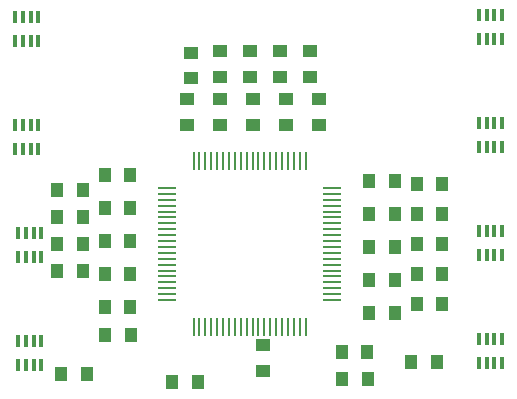
<source format=gtp>
G75*
%MOIN*%
%OFA0B0*%
%FSLAX25Y25*%
%IPPOS*%
%LPD*%
%AMOC8*
5,1,8,0,0,1.08239X$1,22.5*
%
%ADD10R,0.05000X0.04000*%
%ADD11R,0.04000X0.05000*%
%ADD12R,0.01800X0.04000*%
%ADD13R,0.01024X0.05906*%
%ADD14R,0.05906X0.01024*%
D10*
X0112000Y0023181D03*
X0112000Y0031780D03*
X0108500Y0105220D03*
X0108500Y0113819D03*
X0107500Y0121181D03*
X0097500Y0121181D03*
X0097500Y0113819D03*
X0097500Y0105220D03*
X0086500Y0105220D03*
X0086500Y0113819D03*
X0088000Y0120681D03*
X0088000Y0129280D03*
X0097500Y0129780D03*
X0107500Y0129780D03*
X0117500Y0129780D03*
X0127500Y0129780D03*
X0127500Y0121181D03*
X0130500Y0113819D03*
X0130500Y0105220D03*
X0119500Y0105220D03*
X0119500Y0113819D03*
X0117500Y0121181D03*
D11*
X0147220Y0086500D03*
X0155819Y0086500D03*
X0163181Y0085500D03*
X0171780Y0085500D03*
X0171780Y0075500D03*
X0163181Y0075500D03*
X0155819Y0075500D03*
X0147220Y0075500D03*
X0147220Y0064500D03*
X0155819Y0064500D03*
X0163181Y0065500D03*
X0171780Y0065500D03*
X0171780Y0055500D03*
X0163181Y0055500D03*
X0155819Y0053500D03*
X0147220Y0053500D03*
X0147220Y0042500D03*
X0155819Y0042500D03*
X0163181Y0045500D03*
X0171780Y0045500D03*
X0169819Y0026000D03*
X0161220Y0026000D03*
X0146780Y0029500D03*
X0138181Y0029500D03*
X0138220Y0020500D03*
X0146819Y0020500D03*
X0090319Y0019500D03*
X0081720Y0019500D03*
X0067819Y0035000D03*
X0059220Y0035000D03*
X0059181Y0044500D03*
X0067780Y0044500D03*
X0067780Y0055500D03*
X0059181Y0055500D03*
X0051819Y0056500D03*
X0043220Y0056500D03*
X0043220Y0065500D03*
X0051819Y0065500D03*
X0059181Y0066500D03*
X0067780Y0066500D03*
X0067780Y0077500D03*
X0059181Y0077500D03*
X0051819Y0074500D03*
X0043220Y0074500D03*
X0043220Y0083500D03*
X0051819Y0083500D03*
X0059181Y0088500D03*
X0067780Y0088500D03*
X0053280Y0022000D03*
X0044681Y0022000D03*
D12*
X0030300Y0025300D03*
X0032900Y0025300D03*
X0035500Y0025300D03*
X0038100Y0025300D03*
X0038100Y0033100D03*
X0035500Y0033100D03*
X0032900Y0033100D03*
X0030300Y0033100D03*
X0030300Y0061300D03*
X0032900Y0061300D03*
X0035500Y0061300D03*
X0038100Y0061300D03*
X0038100Y0069100D03*
X0035500Y0069100D03*
X0032900Y0069100D03*
X0030300Y0069100D03*
X0029300Y0097300D03*
X0031900Y0097300D03*
X0034500Y0097300D03*
X0037100Y0097300D03*
X0037100Y0105100D03*
X0034500Y0105100D03*
X0031900Y0105100D03*
X0029300Y0105100D03*
X0029300Y0133300D03*
X0031900Y0133300D03*
X0034500Y0133300D03*
X0037100Y0133300D03*
X0037100Y0141100D03*
X0034500Y0141100D03*
X0031900Y0141100D03*
X0029300Y0141100D03*
X0183900Y0141700D03*
X0186500Y0141700D03*
X0189100Y0141700D03*
X0191700Y0141700D03*
X0191700Y0133900D03*
X0189100Y0133900D03*
X0186500Y0133900D03*
X0183900Y0133900D03*
X0183900Y0105700D03*
X0186500Y0105700D03*
X0189100Y0105700D03*
X0191700Y0105700D03*
X0191700Y0097900D03*
X0189100Y0097900D03*
X0186500Y0097900D03*
X0183900Y0097900D03*
X0183900Y0069700D03*
X0186500Y0069700D03*
X0189100Y0069700D03*
X0191700Y0069700D03*
X0191700Y0061900D03*
X0189100Y0061900D03*
X0186500Y0061900D03*
X0183900Y0061900D03*
X0183900Y0033700D03*
X0186500Y0033700D03*
X0189100Y0033700D03*
X0191700Y0033700D03*
X0191700Y0025900D03*
X0189100Y0025900D03*
X0186500Y0025900D03*
X0183900Y0025900D03*
D13*
X0126201Y0037941D03*
X0124232Y0037941D03*
X0122264Y0037941D03*
X0120295Y0037941D03*
X0118327Y0037941D03*
X0116358Y0037941D03*
X0114390Y0037941D03*
X0112421Y0037941D03*
X0110453Y0037941D03*
X0108484Y0037941D03*
X0106516Y0037941D03*
X0104547Y0037941D03*
X0102579Y0037941D03*
X0100610Y0037941D03*
X0098642Y0037941D03*
X0096673Y0037941D03*
X0094705Y0037941D03*
X0092736Y0037941D03*
X0090768Y0037941D03*
X0088799Y0037941D03*
X0088799Y0093059D03*
X0090768Y0093059D03*
X0092736Y0093059D03*
X0094705Y0093059D03*
X0096673Y0093059D03*
X0098642Y0093059D03*
X0100610Y0093059D03*
X0102579Y0093059D03*
X0104547Y0093059D03*
X0106516Y0093059D03*
X0108484Y0093059D03*
X0110453Y0093059D03*
X0112421Y0093059D03*
X0114390Y0093059D03*
X0116358Y0093059D03*
X0118327Y0093059D03*
X0120295Y0093059D03*
X0122264Y0093059D03*
X0124232Y0093059D03*
X0126201Y0093059D03*
D14*
X0135059Y0084201D03*
X0135059Y0082232D03*
X0135059Y0080264D03*
X0135059Y0078295D03*
X0135059Y0076327D03*
X0135059Y0074358D03*
X0135059Y0072390D03*
X0135059Y0070421D03*
X0135059Y0068453D03*
X0135059Y0066484D03*
X0135059Y0064516D03*
X0135059Y0062547D03*
X0135059Y0060579D03*
X0135059Y0058610D03*
X0135059Y0056642D03*
X0135059Y0054673D03*
X0135059Y0052705D03*
X0135059Y0050736D03*
X0135059Y0048768D03*
X0135059Y0046799D03*
X0079941Y0046799D03*
X0079941Y0048768D03*
X0079941Y0050736D03*
X0079941Y0052705D03*
X0079941Y0054673D03*
X0079941Y0056642D03*
X0079941Y0058610D03*
X0079941Y0060579D03*
X0079941Y0062547D03*
X0079941Y0064516D03*
X0079941Y0066484D03*
X0079941Y0068453D03*
X0079941Y0070421D03*
X0079941Y0072390D03*
X0079941Y0074358D03*
X0079941Y0076327D03*
X0079941Y0078295D03*
X0079941Y0080264D03*
X0079941Y0082232D03*
X0079941Y0084201D03*
M02*

</source>
